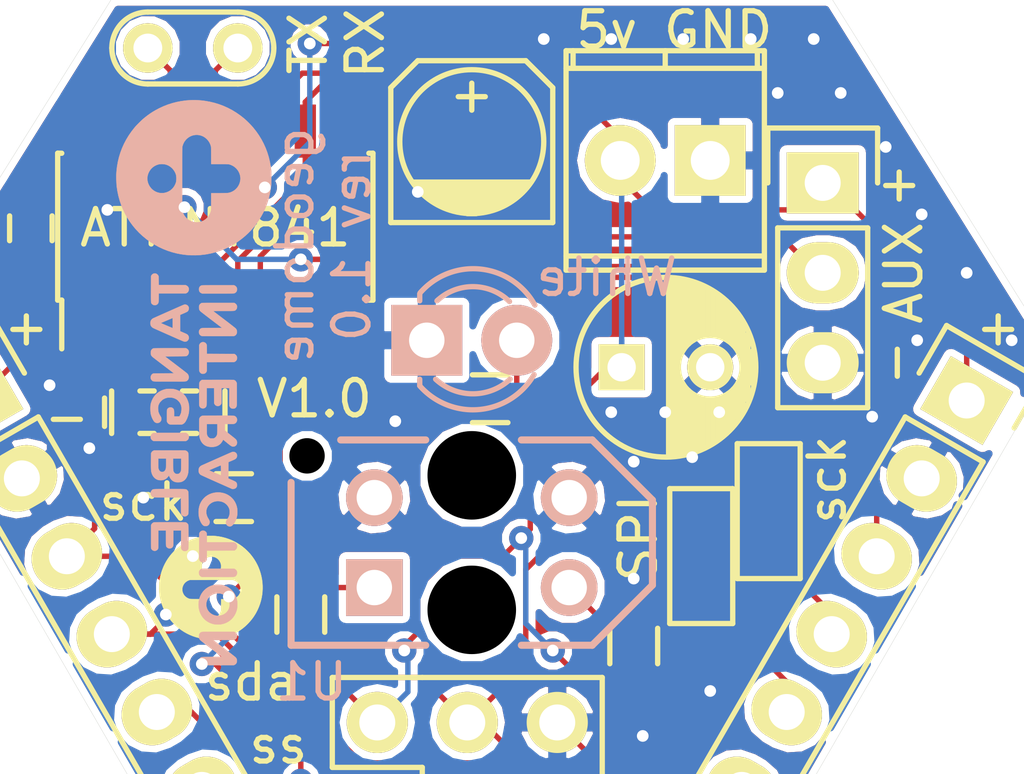
<source format=kicad_pcb>
(kicad_pcb (version 4) (host pcbnew 4.0.2-stable)
  (layers (0 F.Cu signal hide) (31 B.Cu signal hide) (34 B.Paste user hide) (35 F.Paste user hide) (36 B.SilkS user hide) (37 F.SilkS user) (38 B.Mask user) (39 F.Mask user) (44 Edge.Cuts user hide))
  (net 0 "")
  (net 1 +5V)
  (net 2 GND)
  (net 3 "Net-(D1-Pad2)")
  (net 4 "Net-(IC1-Pad2)")
  (net 5 "Net-(IC1-Pad3)")
  (net 6 "Net-(IC1-Pad5)")
  (net 7 /SS)
  (net 8 /SDA/MOSI)
  (net 9 /MISO)
  (net 10 /SCK/SCL)
  (net 11 /RX)
  (net 12 /TX)
  (net 13 "Net-(IC1-Pad13)")
  (net 14 /RESET)
  (net 15 "Net-(R1-Pad2)")
  (net 16 "Net-(JP2-Pad1)")
  (net 17 /AUX)
  (module Capacitors_ThroughHole:C_Radial_D5_L6_P2.5 (layer F.Cu) (at 161.711 118.872)
    (fp_text reference C1 hide)
    (fp_text value 10-220uF)
    (pad 1 thru_hole rect (at 0 0) (size 1.3 1.3) (drill 0.8) (layers *.Cu *.Mask F.SilkS) (net 1 +5V))
    (pad 2 thru_hole circle (at 2.5 0) (size 1.3 1.3) (drill 0.8) (layers *.Cu *.Mask F.SilkS) (net 2 GND))
  )
  (module Capacitors_SMD:C_0603 (layer F.Cu) (at 145.034 114.947 90)
    (fp_text reference C2 hide)
    (fp_text value 0.1uF hide)
    (pad 1 smd rect (at -0.75 0 90) (size 0.8 0.75) (layers F.Cu F.Paste F.Mask) (net 1 +5V))
    (pad 2 smd rect (at 0.75 0 90) (size 0.8 0.75) (layers F.Cu F.Paste F.Mask) (net 2 GND))
  )
  (module Capacitors_SMD:c_elec_4x5.8 (layer F.Cu) (at 157.48 112.49914 90)
    (fp_text reference C3 hide)
    (fp_text value 10uF)
    (pad 1 smd rect (at 1.80086 0 90) (size 2.60096 1.6002) (layers F.Cu F.Paste F.Mask) (net 1 +5V))
    (pad 2 smd rect (at -1.80086 0 90) (size 2.60096 1.6002) (layers F.Cu F.Paste F.Mask) (net 2 GND))
  )
  (module LEDs:LED-3MM (layer B.Cu) (at 156.21 118.11)
    (fp_text reference D1 hide)
    (fp_text value White (at 5.08 -1.778) (layer B.SilkS) (effects (justify mirror)))
    (pad 1 thru_hole rect (at 0 0 270) (size 2 2) (drill 1.00076) (layers *.Cu *.Mask B.SilkS) (net 2 GND))
    (pad 2 thru_hole circle (at 2.54 0) (size 2 2) (drill 1.00076) (layers *.Cu *.Mask B.SilkS) (net 3 "Net-(D1-Pad2)"))
  )
  (module Housings_SOIC:SOIC-14_3.9x8.7mm_Pitch1.27mm (layer F.Cu) (at 150.241 114.902 90)
    (fp_text reference ATTINY841 (at -0.033 0 180) (layer F.SilkS))
    (fp_text value ATTINY841-SSU)
    (pad 1 smd rect (at -2.7 -3.81 90) (size 1.5 0.6) (layers F.Cu F.Paste F.Mask) (net 1 +5V))
    (pad 2 smd rect (at -2.7 -2.54 90) (size 1.5 0.6) (layers F.Cu F.Paste F.Mask) (net 4 "Net-(IC1-Pad2)"))
    (pad 3 smd rect (at -2.7 -1.27 90) (size 1.5 0.6) (layers F.Cu F.Paste F.Mask) (net 5 "Net-(IC1-Pad3)"))
    (pad 4 smd rect (at -2.7 0 90) (size 1.5 0.6) (layers F.Cu F.Paste F.Mask) (net 14 /RESET))
    (pad 5 smd rect (at -2.7 1.27 90) (size 1.5 0.6) (layers F.Cu F.Paste F.Mask) (net 6 "Net-(IC1-Pad5)"))
    (pad 6 smd rect (at -2.7 2.54 90) (size 1.5 0.6) (layers F.Cu F.Paste F.Mask) (net 7 /SS))
    (pad 7 smd rect (at -2.7 3.81 90) (size 1.5 0.6) (layers F.Cu F.Paste F.Mask) (net 8 /SDA/MOSI))
    (pad 8 smd rect (at 2.7 3.81 90) (size 1.5 0.6) (layers F.Cu F.Paste F.Mask) (net 9 /MISO))
    (pad 9 smd rect (at 2.7 2.54 90) (size 1.5 0.6) (layers F.Cu F.Paste F.Mask) (net 10 /SCK/SCL))
    (pad 10 smd rect (at 2.7 1.27 90) (size 1.5 0.6) (layers F.Cu F.Paste F.Mask) (net 17 /AUX))
    (pad 11 smd rect (at 2.7 0 90) (size 1.5 0.6) (layers F.Cu F.Paste F.Mask) (net 11 /RX))
    (pad 12 smd rect (at 2.7 -1.27 90) (size 1.5 0.6) (layers F.Cu F.Paste F.Mask) (net 12 /TX))
    (pad 13 smd rect (at 2.7 -2.54 90) (size 1.5 0.6) (layers F.Cu F.Paste F.Mask) (net 13 "Net-(IC1-Pad13)"))
    (pad 14 smd rect (at 2.7 -3.81 90) (size 1.5 0.6) (layers F.Cu F.Paste F.Mask) (net 2 GND))
  )
  (module Terminal_Blocks:TerminalBlock_Pheonix_MPT-2.54mm_2pol (layer F.Cu) (at 164.211 113.03 180)
    (fp_text reference 5V hide)
    (fp_text value 5V)
    (pad 2 thru_hole oval (at 2.54 0 180) (size 1.99898 1.99898) (drill 1.09728) (layers *.Cu *.Mask F.SilkS) (net 1 +5V))
    (pad 1 thru_hole rect (at 0 0 180) (size 1.99898 1.99898) (drill 1.09728) (layers *.Cu *.Mask F.SilkS) (net 2 GND))
  )
  (module Pin_Headers:Pin_Header_Straight_2x03 (layer F.Cu) (at 154.813 131.445 90)
    (fp_text reference P2 hide)
    (fp_text value ICSP)
    (pad 1 thru_hole rect (at 0 0 90) (size 1.7272 1.7272) (drill 1.016) (layers *.Cu *.Mask F.SilkS) (net 9 /MISO))
    (pad 2 thru_hole oval (at 2.54 0 90) (size 1.7272 1.7272) (drill 1.016) (layers *.Cu *.Mask F.SilkS) (net 1 +5V))
    (pad 3 thru_hole oval (at 0 2.54 90) (size 1.7272 1.7272) (drill 1.016) (layers *.Cu *.Mask F.SilkS) (net 10 /SCK/SCL))
    (pad 4 thru_hole oval (at 2.54 2.54 90) (size 1.7272 1.7272) (drill 1.016) (layers *.Cu *.Mask F.SilkS) (net 8 /SDA/MOSI))
    (pad 5 thru_hole oval (at 0 5.08 90) (size 1.7272 1.7272) (drill 1.016) (layers *.Cu *.Mask F.SilkS) (net 14 /RESET))
    (pad 6 thru_hole oval (at 2.54 5.08 90) (size 1.7272 1.7272) (drill 1.016) (layers *.Cu *.Mask F.SilkS) (net 2 GND))
  )
  (module Measurement_Points:Test_Point (layer F.Cu) (at 149.606 109.855 180)
    (fp_text reference tx/rx hide)
    (fp_text value UART)
    (pad 2 thru_hole circle (at -1.27 0 180) (size 1.397 1.397) (drill 0.8128) (layers *.Cu *.Mask F.SilkS) (net 11 /RX))
    (pad 1 thru_hole circle (at 1.27 0 180) (size 1.397 1.397) (drill 0.8128) (layers *.Cu *.Mask F.SilkS) (net 12 /TX))
  )
  (module Resistors_SMD:R_0603 (layer F.Cu) (at 162.052 126.746 90)
    (fp_text reference R1 hide)
    (fp_text value 220?)
    (pad 1 smd rect (at -0.75 0 90) (size 0.5 0.9) (layers F.Cu F.Paste F.Mask) (net 1 +5V))
    (pad 2 smd rect (at 0.75 0 90) (size 0.5 0.9) (layers F.Cu F.Paste F.Mask) (net 15 "Net-(R1-Pad2)"))
  )
  (module Resistors_SMD:R_0603 (layer F.Cu) (at 150.761 122.555 180)
    (fp_text reference R4 hide)
    (fp_text value 10k)
    (pad 1 smd rect (at -0.75 0 180) (size 0.5 0.9) (layers F.Cu F.Paste F.Mask) (net 1 +5V))
    (pad 2 smd rect (at 0.75 0 180) (size 0.5 0.9) (layers F.Cu F.Paste F.Mask) (net 14 /RESET))
  )
  (module Resistors_SMD:R_0603 (layer F.Cu) (at 158 119.761 180)
    (fp_text reference R5 hide)
    (fp_text value 220?)
    (pad 1 smd rect (at -0.75 0 180) (size 0.5 0.9) (layers F.Cu F.Paste F.Mask) (net 3 "Net-(D1-Pad2)"))
    (pad 2 smd rect (at 0.75 0 180) (size 0.5 0.9) (layers F.Cu F.Paste F.Mask) (net 6 "Net-(IC1-Pad5)"))
  )
  (module TCRT5000L:XDCR_TCRT5000L (layer B.Cu) (at 157.48 123.825)
    (fp_text reference U1 (at -4.528 3.935) (layer B.SilkS) (effects (justify mirror)))
    (fp_text value TCRT5000/L hide)
    (pad 1 thru_hole rect (at -2.75 1.27) (size 1.6 1.6) (drill 1) (layers *.Cu *.Mask B.SilkS) (net 13 "Net-(IC1-Pad13)"))
    (pad 2 thru_hole circle (at -2.75 -1.27) (size 1.6 1.6) (drill 1) (layers *.Cu *.Mask B.SilkS) (net 2 GND))
    (pad 3 thru_hole circle (at 2.75 -1.27) (size 1.6 1.6) (drill 1) (layers *.Cu *.Mask B.SilkS) (net 2 GND))
    (pad 4 thru_hole circle (at 2.75 1.27) (size 1.6 1.6) (drill 1) (layers *.Cu *.Mask B.SilkS) (net 15 "Net-(R1-Pad2)"))
    (pad Hole np_thru_hole circle (at 0 1.9) (size 2.5 2.5) (drill 2.5) (layers))
    (pad Hole np_thru_hole circle (at 0 -1.9) (size 2.5 2.5) (drill 2.5) (layers))
    (pad Hole np_thru_hole circle (at -4.65 -2.45) (size 1 1) (drill 1) (layers))
  )
  (module Crystals:Resonator_3.2x1.3mm (layer F.Cu) (at 148.914 120.142)
    (fp_text reference 16M hide)
    (fp_text value 16Mhz hide)
    (pad 1 smd rect (at -1.2 0) (size 0.4 1.9) (layers F.Cu F.Paste F.Mask) (net 4 "Net-(IC1-Pad2)"))
    (pad 2 smd rect (at 0 0) (size 0.4 1.9) (layers F.Cu F.Paste F.Mask) (net 2 GND))
    (pad 3 smd rect (at 1.2 0) (size 0.4 1.9) (layers F.Cu F.Paste F.Mask) (net 5 "Net-(IC1-Pad3)"))
  )
  (module Resistors_SMD:R_0603 (layer F.Cu) (at 152.654 125.857 270)
    (fp_text reference R6 hide)
    (fp_text value 10k)
    (pad 1 smd rect (at -0.75 0 270) (size 0.5 0.9) (layers F.Cu F.Paste F.Mask) (net 13 "Net-(IC1-Pad13)"))
    (pad 2 smd rect (at 0.75 0 270) (size 0.5 0.9) (layers F.Cu F.Paste F.Mask) (net 1 +5V))
  )
  (module Connect:GS3 (layer F.Cu) (at 163.957 124.206)
    (fp_text reference JP1 hide)
    (fp_text value I2C/SS)
    (pad 1 smd rect (at 0 -1.27) (size 1.27 0.9652) (layers F.Cu F.Paste F.Mask) (net 9 /MISO))
    (pad 2 smd rect (at 0 0) (size 1.27 0.9652) (layers F.Cu F.Paste F.Mask) (net 8 /SDA/MOSI))
    (pad 3 smd rect (at 0 1.27) (size 1.27 0.9652) (layers F.Cu F.Paste F.Mask) (net 8 /SDA/MOSI))
  )
  (module Pin_Headers:Pin_Header_Straight_1x06 (layer F.Cu) (at 143.51 119.811477 30)
    (fp_text reference IN (at 1.234749 14.879353 210) (layer F.SilkS))
    (fp_text value IN)
    (pad 1 thru_hole rect (at 0 0 30) (size 2.032 1.7272) (drill 1.016) (layers *.Cu *.Mask F.SilkS) (net 1 +5V))
    (pad 2 thru_hole oval (at 0 2.54 30) (size 2.032 1.7272) (drill 1.016) (layers *.Cu *.Mask F.SilkS) (net 2 GND))
    (pad 3 thru_hole oval (at 0 5.08 30) (size 2.032 1.7272) (drill 1.016) (layers *.Cu *.Mask F.SilkS) (net 10 /SCK/SCL))
    (pad 4 thru_hole oval (at 0 7.62 30) (size 2.032 1.7272) (drill 1.016) (layers *.Cu *.Mask F.SilkS) (net 9 /MISO))
    (pad 5 thru_hole oval (at 0 10.16 30) (size 2.032 1.7272) (drill 1.016) (layers *.Cu *.Mask F.SilkS) (net 8 /SDA/MOSI))
    (pad 6 thru_hole oval (at 0 12.7 30) (size 2.032 1.7272) (drill 1.016) (layers *.Cu *.Mask F.SilkS) (net 7 /SS))
  )
  (module Pin_Headers:Pin_Header_Straight_1x06 (layer F.Cu) (at 171.45 119.811477 330)
    (fp_text reference OUT (at -1.408234 14.832867 510) (layer F.SilkS))
    (fp_text value OUT)
    (pad 1 thru_hole rect (at 0 0 330) (size 2.032 1.7272) (drill 1.016) (layers *.Cu *.Mask F.SilkS) (net 1 +5V))
    (pad 2 thru_hole oval (at 0 2.54 330) (size 2.032 1.7272) (drill 1.016) (layers *.Cu *.Mask F.SilkS) (net 2 GND))
    (pad 3 thru_hole oval (at 0 5.08 330) (size 2.032 1.7272) (drill 1.016) (layers *.Cu *.Mask F.SilkS) (net 10 /SCK/SCL))
    (pad 4 thru_hole oval (at 0 7.62 330) (size 2.032 1.7272) (drill 1.016) (layers *.Cu *.Mask F.SilkS) (net 16 "Net-(JP2-Pad1)"))
    (pad 5 thru_hole oval (at 0 10.16 330) (size 2.032 1.7272) (drill 1.016) (layers *.Cu *.Mask F.SilkS) (net 8 /SDA/MOSI))
    (pad 6 thru_hole oval (at 0 12.7 330) (size 2.032 1.7272) (drill 1.016) (layers *.Cu *.Mask F.SilkS) (net 7 /SS))
  )
  (module Pin_Headers:Pin_Header_Straight_1x03 (layer F.Cu) (at 167.386 113.665)
    (fp_text reference AUX (at 2.286 2.54 90) (layer F.SilkS))
    (fp_text value AUX_SENSOR)
    (pad 1 thru_hole rect (at 0 0) (size 2.032 1.7272) (drill 1.016) (layers *.Cu *.Mask F.SilkS) (net 1 +5V))
    (pad 2 thru_hole oval (at 0 2.54) (size 2.032 1.7272) (drill 1.016) (layers *.Cu *.Mask F.SilkS) (net 17 /AUX))
    (pad 3 thru_hole oval (at 0 5.08) (size 2.032 1.7272) (drill 1.016) (layers *.Cu *.Mask F.SilkS) (net 2 GND))
  )
  (module Connect:GS3 (layer F.Cu) (at 165.862 122.936 180)
    (fp_text reference SPI (at 3.683 -0.762 450) (layer F.SilkS))
    (fp_text value "MISO EN")
    (pad 1 smd rect (at 0 -1.27 180) (size 1.27 0.9652) (layers F.Cu F.Paste F.Mask) (net 16 "Net-(JP2-Pad1)"))
    (pad 2 smd rect (at 0 0 180) (size 1.27 0.9652) (layers F.Cu F.Paste F.Mask) (net 9 /MISO))
    (pad 3 smd rect (at 0 1.27 180) (size 1.27 0.9652) (layers F.Cu F.Paste F.Mask) (net 9 /MISO))
  )
  (module Symbols:TI_Logo_F.SilkS_3mm (layer F.Cu) (at 150.114 125.095)
    (fp_text reference G*** hide)
    (fp_text value LOGO hide)
  )
  (module Symbols:TI_Logo_F.SilkS_15mm (layer B.Cu) (at 149.606 119.253 270)
    (fp_text reference G*** hide)
    (fp_text value LOGO hide)
  )
  (gr_text "geodome\nrev 1.0" (at 153.289 115.443 90) (layer B.SilkS) (effects (font (size 1 1)) (justify mirror)))
  (gr_text V1.0 (at 153.035 119.761) (layer F.SilkS) (effects (font (size 1 1))))
  (gr_text ss (at 152.019 129.54) (layer F.SilkS) (effects (font (size 1 1))))
  (gr_text + (at 169.545 113.665) (layer F.SilkS) (effects (font (size 1 1))))
  (gr_text sck (at 167.513 122.047 90) (layer F.SilkS) (effects (font (size 1 1))))
  (gr_text - (at 169.418 118.745 90) (layer F.SilkS) (effects (font (size 1 1))))
  (gr_text sda (at 151.257 127.762) (layer F.SilkS) (effects (font (size 1 1))))
  (gr_text sck (at 148.209 122.682) (layer F.SilkS) (effects (font (size 1 1))))
  (gr_text - (at 146.05 120.269) (layer F.SilkS) (effects (font (size 1 1))))
  (gr_text + (at 172.339 117.729) (layer F.SilkS) (effects (font (size 1 1))))
  (gr_text + (at 144.907 117.729) (layer F.SilkS) (effects (font (size 1 1))))
  (gr_text "5v GND" (at 163.195 109.347) (layer F.SilkS) (effects (font (size 1 1))))
  (gr_text "TX\nRX" (at 153.67 109.728 90) (layer F.SilkS) (effects (font (size 1 1))))
  (gr_line (start 149.479 133.35) (end 157.48 133.35) (layer Edge.Cuts) (width 0.01))
  (gr_line (start 140.97 118.618) (end 149.479 133.35) (layer Edge.Cuts) (width 0.01))
  (gr_line (start 147.32 108.458) (end 140.97 118.618) (layer Edge.Cuts) (width 0.01))
  (gr_line (start 167.64 108.458) (end 147.32 108.458) (layer Edge.Cuts) (width 0.01))
  (gr_line (start 173.99 118.618) (end 167.64 108.458) (layer Edge.Cuts) (width 0.01))
  (gr_line (start 165.481 133.35) (end 173.99 118.618) (layer Edge.Cuts) (width 0.01))
  (gr_line (start 157.48 133.35) (end 165.481 133.35) (layer Edge.Cuts) (width 0.01))
  (segment (start 157.48 110.69828) (end 159.97428 110.69828) (width 0.1524) (layer F.Cu) (net 1))
  (segment (start 159.97428 110.69828) (end 161.671 112.395) (width 0.1524) (layer F.Cu) (net 1))
  (segment (start 161.671 112.395) (end 161.671 113.538) (width 0.1524) (layer F.Cu) (net 1))
  (segment (start 161.671 113.538) (end 162.56 114.427) (width 0.1524) (layer F.Cu) (net 1))
  (segment (start 162.56 114.427) (end 166.624 114.427) (width 0.1524) (layer F.Cu) (net 1))
  (segment (start 166.624 114.427) (end 167.386 113.665) (width 0.1524) (layer F.Cu) (net 1))
  (segment (start 161.711 118.364) (end 161.711 118.11) (width 0.1524) (layer B.Cu) (net 1))
  (segment (start 161.711 118.11) (end 161.711 112.435) (width 0.1524) (layer B.Cu) (net 1))
  (segment (start 161.711 118.872) (end 161.711 118.11) (width 0.1524) (layer B.Cu) (net 1))
  (segment (start 161.711 118.451) (end 160.909 119.253) (width 0.1524) (layer F.Cu) (net 1))
  (segment (start 161.711 118.872) (end 161.29 118.872) (width 0.1524) (layer F.Cu) (net 1))
  (segment (start 160.909 119.253) (end 159.131 121.031) (width 0.1524) (layer F.Cu) (net 1))
  (segment (start 161.29 118.872) (end 160.909 119.253) (width 0.1524) (layer F.Cu) (net 1))
  (segment (start 159.131 123.444) (end 158.877 123.698) (width 0.1524) (layer F.Cu) (net 1))
  (segment (start 159.131 121.031) (end 159.131 123.444) (width 0.1524) (layer F.Cu) (net 1))
  (segment (start 161.711 118.364) (end 161.711 118.451) (width 0.1524) (layer F.Cu) (net 1))
  (segment (start 159.766 126.873) (end 159.004 126.111) (width 0.1524) (layer B.Cu) (net 1))
  (segment (start 159.004 126.111) (end 159.004 123.952) (width 0.1524) (layer B.Cu) (net 1))
  (segment (start 159.004 123.952) (end 158.877 123.825) (width 0.1524) (layer B.Cu) (net 1))
  (segment (start 158.877 123.825) (end 158.877 123.698) (width 0.1524) (layer B.Cu) (net 1))
  (segment (start 155.575 126.873) (end 155.575 126.746) (width 0.1524) (layer F.Cu) (net 1))
  (segment (start 156.845 124.206) (end 158.369 124.206) (width 0.1524) (layer F.Cu) (net 1))
  (segment (start 155.575 126.746) (end 155.956 126.365) (width 0.1524) (layer F.Cu) (net 1))
  (segment (start 155.956 126.365) (end 155.956 125.095) (width 0.1524) (layer F.Cu) (net 1))
  (segment (start 155.956 125.095) (end 156.845 124.206) (width 0.1524) (layer F.Cu) (net 1))
  (segment (start 158.369 124.206) (end 158.877 123.698) (width 0.1524) (layer F.Cu) (net 1))
  (via (at 158.877 123.698) (size 0.6858) (drill 0.3302) (layers F.Cu B.Cu) (net 1))
  (segment (start 162.052 127.496) (end 160.389 127.496) (width 0.1524) (layer F.Cu) (net 1))
  (segment (start 160.389 127.496) (end 159.766 126.873) (width 0.1524) (layer F.Cu) (net 1))
  (via (at 159.766 126.873) (size 0.6858) (drill 0.3302) (layers F.Cu B.Cu) (net 1))
  (segment (start 154.813 128.905) (end 155.676599 128.041401) (width 0.1524) (layer B.Cu) (net 1))
  (segment (start 155.676599 126.974599) (end 155.575 126.873) (width 0.1524) (layer B.Cu) (net 1))
  (segment (start 155.676599 128.041401) (end 155.676599 126.974599) (width 0.1524) (layer B.Cu) (net 1))
  (via (at 155.575 126.873) (size 0.6858) (drill 0.3302) (layers F.Cu B.Cu) (net 1))
  (segment (start 152.908 109.728) (end 152.908 112.522) (width 0.1524) (layer B.Cu) (net 1))
  (segment (start 152.908 112.522) (end 151.638 113.792) (width 0.1524) (layer B.Cu) (net 1))
  (segment (start 157.48 110.69828) (end 156.5275 110.69828) (width 0.1524) (layer F.Cu) (net 1))
  (via (at 152.908 109.728) (size 0.6858) (drill 0.3302) (layers F.Cu B.Cu) (net 1))
  (segment (start 156.5275 110.69828) (end 155.55722 109.728) (width 0.1524) (layer F.Cu) (net 1))
  (segment (start 155.55722 109.728) (end 152.908 109.728) (width 0.1524) (layer F.Cu) (net 1))
  (segment (start 149.733 115.697) (end 151.638 113.792) (width 0.1524) (layer F.Cu) (net 1))
  (segment (start 145.034 115.697) (end 149.733 115.697) (width 0.1524) (layer F.Cu) (net 1))
  (via (at 151.638 113.792) (size 0.6858) (drill 0.3302) (layers F.Cu B.Cu) (net 1))
  (segment (start 151.511 123.1574) (end 151.320503 123.347897) (width 0.1524) (layer F.Cu) (net 1))
  (segment (start 151.320503 123.347897) (end 151.320503 125.473503) (width 0.1524) (layer F.Cu) (net 1))
  (segment (start 151.320503 125.473503) (end 152.454 126.607) (width 0.1524) (layer F.Cu) (net 1))
  (segment (start 151.511 122.555) (end 151.511 123.1574) (width 0.1524) (layer F.Cu) (net 1))
  (segment (start 152.454 126.607) (end 152.654 126.607) (width 0.1524) (layer F.Cu) (net 1))
  (segment (start 161.711 112.435) (end 161.671 112.395) (width 0.1524) (layer B.Cu) (net 1))
  (segment (start 154.813 128.905) (end 152.654 126.746) (width 0.1524) (layer F.Cu) (net 1))
  (segment (start 152.654 126.746) (end 152.654 126.607) (width 0.1524) (layer F.Cu) (net 1))
  (segment (start 167.386 113.665) (end 167.5384 113.665) (width 0.1524) (layer F.Cu) (net 1))
  (segment (start 167.5384 113.665) (end 171.45 117.5766) (width 0.1524) (layer F.Cu) (net 1))
  (segment (start 171.45 117.5766) (end 171.45 119.811477) (width 0.1524) (layer F.Cu) (net 1))
  (segment (start 143.51 119.811477) (end 145.719477 117.602) (width 0.1524) (layer F.Cu) (net 1))
  (segment (start 145.719477 117.602) (end 146.431 117.602) (width 0.1524) (layer F.Cu) (net 1))
  (segment (start 145.034 115.697) (end 145.034 115.755) (width 0.1524) (layer F.Cu) (net 1))
  (segment (start 145.034 115.755) (end 146.431 117.152) (width 0.1524) (layer F.Cu) (net 1))
  (segment (start 146.431 117.152) (end 146.431 117.602) (width 0.1524) (layer F.Cu) (net 1))
  (segment (start 164.211 118.364) (end 164.338 118.491) (width 0.1524) (layer F.Cu) (net 2))
  (segment (start 164.338 118.491) (end 164.338 118.999) (width 0.1524) (layer F.Cu) (net 2))
  (segment (start 164.338 118.999) (end 164.846 119.507) (width 0.1524) (layer F.Cu) (net 2))
  (segment (start 164.846 119.507) (end 164.846 119.761) (width 0.1524) (layer F.Cu) (net 2))
  (segment (start 164.846 119.761) (end 164.465 120.142) (width 0.1524) (layer F.Cu) (net 2))
  (segment (start 155.956 113.919) (end 158.708091 111.166909) (width 0.1524) (layer B.Cu) (net 2))
  (segment (start 158.708091 111.166909) (end 164.134799 111.166909) (width 0.1524) (layer B.Cu) (net 2))
  (segment (start 165.1 117.983) (end 164.211 118.872) (width 0.1524) (layer B.Cu) (net 2))
  (segment (start 164.134799 111.166909) (end 164.211 111.24311) (width 0.1524) (layer B.Cu) (net 2))
  (segment (start 164.211 111.24311) (end 164.211 114.554) (width 0.1524) (layer B.Cu) (net 2))
  (segment (start 164.211 114.554) (end 165.1 115.443) (width 0.1524) (layer B.Cu) (net 2))
  (segment (start 165.1 115.443) (end 165.1 117.983) (width 0.1524) (layer B.Cu) (net 2))
  (segment (start 164.211 118.364) (end 164.211 118.872) (width 0.1524) (layer B.Cu) (net 2))
  (segment (start 164.211 118.872) (end 165.862 120.523) (width 0.1524) (layer B.Cu) (net 2))
  (segment (start 165.862 120.523) (end 167.005 120.523) (width 0.1524) (layer B.Cu) (net 2))
  (segment (start 167.005 120.523) (end 167.386 120.142) (width 0.1524) (layer B.Cu) (net 2))
  (segment (start 164.211 118.364) (end 164.211 118.745) (width 0.1524) (layer B.Cu) (net 2))
  (segment (start 160.401 122.555) (end 160.23 122.555) (width 0.1524) (layer B.Cu) (net 2))
  (segment (start 164.211 118.745) (end 160.401 122.555) (width 0.1524) (layer B.Cu) (net 2))
  (segment (start 163.703 119.38) (end 164.211 118.872) (width 0.1524) (layer B.Cu) (net 2))
  (segment (start 164.211 128.016) (end 163.576 128.016) (width 0.1524) (layer F.Cu) (net 2))
  (segment (start 163.576 128.016) (end 162.306 129.286) (width 0.1524) (layer F.Cu) (net 2))
  (via (at 162.306 129.286) (size 0.6858) (drill 0.3302) (layers F.Cu B.Cu) (net 2))
  (segment (start 162.306 131.826) (end 162.306 129.286) (width 0.1524) (layer B.Cu) (net 2))
  (segment (start 162.052 125.857) (end 164.211 128.016) (width 0.1524) (layer B.Cu) (net 2))
  (segment (start 162.052 124.841) (end 162.052 125.857) (width 0.1524) (layer B.Cu) (net 2))
  (via (at 164.211 128.016) (size 0.6858) (drill 0.3302) (layers F.Cu B.Cu) (net 2))
  (segment (start 162.052 124.841) (end 162.052 121.539) (width 0.1524) (layer B.Cu) (net 2))
  (via (at 162.052 124.841) (size 0.6858) (drill 0.3302) (layers F.Cu B.Cu) (net 2))
  (segment (start 159.893 128.905) (end 162.306 131.318) (width 0.1524) (layer F.Cu) (net 2))
  (segment (start 162.306 131.318) (end 162.306 131.826) (width 0.1524) (layer F.Cu) (net 2))
  (via (at 162.306 131.826) (size 0.6858) (drill 0.3302) (layers F.Cu B.Cu) (net 2))
  (segment (start 155.321 120.396) (end 155.321 121.964) (width 0.1524) (layer B.Cu) (net 2))
  (segment (start 155.321 121.964) (end 154.73 122.555) (width 0.1524) (layer B.Cu) (net 2))
  (segment (start 156.21 118.11) (end 156.21 119.507) (width 0.1524) (layer F.Cu) (net 2))
  (segment (start 156.21 119.507) (end 155.321 120.396) (width 0.1524) (layer F.Cu) (net 2))
  (via (at 155.321 120.396) (size 0.6858) (drill 0.3302) (layers F.Cu B.Cu) (net 2))
  (segment (start 148.209 122.555) (end 146.812 121.158) (width 0.1524) (layer B.Cu) (net 2))
  (segment (start 146.812 121.158) (end 146.685 121.158) (width 0.1524) (layer B.Cu) (net 2))
  (segment (start 145.563134 120.036134) (end 146.685 121.158) (width 0.1524) (layer F.Cu) (net 2))
  (segment (start 145.563134 119.38) (end 145.563134 120.036134) (width 0.1524) (layer F.Cu) (net 2))
  (via (at 146.685 121.158) (size 0.6858) (drill 0.3302) (layers F.Cu B.Cu) (net 2))
  (segment (start 144.78 122.011182) (end 145.252182 121.539) (width 0.1524) (layer B.Cu) (net 2))
  (segment (start 145.252182 121.539) (end 147.193 121.539) (width 0.1524) (layer B.Cu) (net 2))
  (segment (start 147.193 121.539) (end 148.209 122.555) (width 0.1524) (layer B.Cu) (net 2))
  (segment (start 145.563134 121.228048) (end 145.563134 119.38) (width 0.1524) (layer B.Cu) (net 2))
  (segment (start 145.563134 119.38) (end 145.563134 118.893134) (width 0.1524) (layer B.Cu) (net 2))
  (segment (start 144.78 122.011182) (end 145.563134 121.228048) (width 0.1524) (layer F.Cu) (net 2))
  (segment (start 145.563134 121.228048) (end 145.563134 119.38) (width 0.1524) (layer F.Cu) (net 2))
  (via (at 145.563134 119.38) (size 0.6858) (drill 0.3302) (layers F.Cu B.Cu) (net 2))
  (segment (start 143.383 117.221) (end 143.383 116.713) (width 0.1524) (layer F.Cu) (net 2))
  (segment (start 142.24 118.364) (end 143.383 117.221) (width 0.1524) (layer F.Cu) (net 2))
  (segment (start 144.907 116.713) (end 143.383 116.713) (width 0.1524) (layer B.Cu) (net 2))
  (segment (start 147.193 114.427) (end 144.907 116.713) (width 0.1524) (layer B.Cu) (net 2))
  (segment (start 143.383 115.873) (end 143.383 116.713) (width 0.1524) (layer F.Cu) (net 2))
  (segment (start 145.034 114.197) (end 145.034 114.222) (width 0.1524) (layer F.Cu) (net 2))
  (segment (start 145.034 114.222) (end 143.383 115.873) (width 0.1524) (layer F.Cu) (net 2))
  (segment (start 145.563134 118.893134) (end 143.383 116.713) (width 0.1524) (layer B.Cu) (net 2))
  (segment (start 144.78 122.011182) (end 145.563134 121.228048) (width 0.1524) (layer B.Cu) (net 2))
  (via (at 143.383 116.713) (size 0.6858) (drill 0.3302) (layers F.Cu B.Cu) (net 2))
  (segment (start 145.034 115.57) (end 146.05 115.57) (width 0.1524) (layer B.Cu) (net 2))
  (segment (start 146.05 115.57) (end 147.193 114.427) (width 0.1524) (layer B.Cu) (net 2))
  (segment (start 142.24 118.364) (end 145.034 115.57) (width 0.1524) (layer B.Cu) (net 2))
  (via (at 142.24 118.364) (size 0.6858) (drill 0.3302) (layers F.Cu B.Cu) (net 2))
  (segment (start 145.034 114.197) (end 146.963 114.197) (width 0.1524) (layer F.Cu) (net 2))
  (via (at 147.193 114.427) (size 0.6858) (drill 0.3302) (layers F.Cu B.Cu) (net 2))
  (segment (start 146.963 114.197) (end 147.193 114.427) (width 0.1524) (layer F.Cu) (net 2))
  (segment (start 167.513 120.142) (end 167.894 120.523) (width 0.1524) (layer B.Cu) (net 2))
  (segment (start 167.894 120.523) (end 168.783 121.412) (width 0.1524) (layer B.Cu) (net 2))
  (segment (start 168.783 120.269) (end 168.148 120.269) (width 0.1524) (layer B.Cu) (net 2))
  (segment (start 168.148 120.269) (end 167.894 120.523) (width 0.1524) (layer B.Cu) (net 2))
  (segment (start 170.053 118.11) (end 170.053 118.999) (width 0.1524) (layer F.Cu) (net 2))
  (segment (start 170.053 118.999) (end 168.783 120.269) (width 0.1524) (layer F.Cu) (net 2))
  (via (at 168.783 120.269) (size 0.6858) (drill 0.3302) (layers F.Cu B.Cu) (net 2))
  (segment (start 172.72 118.11) (end 170.053 118.11) (width 0.1524) (layer B.Cu) (net 2))
  (via (at 170.053 118.11) (size 0.6858) (drill 0.3302) (layers F.Cu B.Cu) (net 2))
  (segment (start 171.45 116.205) (end 171.45 116.84) (width 0.1524) (layer F.Cu) (net 2))
  (segment (start 171.45 116.84) (end 172.72 118.11) (width 0.1524) (layer F.Cu) (net 2))
  (via (at 172.72 118.11) (size 0.6858) (drill 0.3302) (layers F.Cu B.Cu) (net 2))
  (segment (start 170.18 114.554) (end 171.45 115.824) (width 0.1524) (layer B.Cu) (net 2))
  (segment (start 171.45 115.824) (end 171.45 116.205) (width 0.1524) (layer B.Cu) (net 2))
  (via (at 171.45 116.205) (size 0.6858) (drill 0.3302) (layers F.Cu B.Cu) (net 2))
  (segment (start 169.164 112.649) (end 169.164 113.538) (width 0.1524) (layer F.Cu) (net 2))
  (segment (start 169.164 113.538) (end 170.18 114.554) (width 0.1524) (layer F.Cu) (net 2))
  (via (at 170.18 114.554) (size 0.6858) (drill 0.3302) (layers F.Cu B.Cu) (net 2))
  (segment (start 166.116 111.125) (end 167.64 111.125) (width 0.1524) (layer B.Cu) (net 2))
  (segment (start 167.64 111.125) (end 169.164 112.649) (width 0.1524) (layer B.Cu) (net 2))
  (via (at 169.164 112.649) (size 0.6858) (drill 0.3302) (layers F.Cu B.Cu) (net 2))
  (segment (start 167.894 111.125) (end 166.116 111.125) (width 0.1524) (layer F.Cu) (net 2))
  (via (at 166.116 111.125) (size 0.6858) (drill 0.3302) (layers F.Cu B.Cu) (net 2))
  (segment (start 167.132 109.601) (end 167.132 110.363) (width 0.1524) (layer B.Cu) (net 2))
  (segment (start 167.132 110.363) (end 167.894 111.125) (width 0.1524) (layer B.Cu) (net 2))
  (via (at 167.894 111.125) (size 0.6858) (drill 0.3302) (layers F.Cu B.Cu) (net 2))
  (segment (start 165.354 109.601) (end 167.132 109.601) (width 0.1524) (layer F.Cu) (net 2))
  (via (at 167.132 109.601) (size 0.6858) (drill 0.3302) (layers F.Cu B.Cu) (net 2))
  (segment (start 163.449 109.601) (end 165.354 109.601) (width 0.1524) (layer B.Cu) (net 2))
  (via (at 165.354 109.601) (size 0.6858) (drill 0.3302) (layers F.Cu B.Cu) (net 2))
  (segment (start 161.417 109.601) (end 163.449 109.601) (width 0.1524) (layer F.Cu) (net 2))
  (via (at 163.449 109.601) (size 0.6858) (drill 0.3302) (layers F.Cu B.Cu) (net 2))
  (segment (start 162.56889 109.601) (end 161.417 109.601) (width 0.1524) (layer F.Cu) (net 2))
  (segment (start 161.417 109.601) (end 159.512 109.601) (width 0.1524) (layer F.Cu) (net 2))
  (segment (start 159.512 109.601) (end 161.417 109.601) (width 0.1524) (layer B.Cu) (net 2))
  (via (at 161.417 109.601) (size 0.6858) (drill 0.3302) (layers F.Cu B.Cu) (net 2))
  (segment (start 164.211 112.395) (end 164.211 111.24311) (width 0.1524) (layer F.Cu) (net 2))
  (segment (start 164.211 111.24311) (end 162.56889 109.601) (width 0.1524) (layer F.Cu) (net 2))
  (via (at 159.512 109.601) (size 0.6858) (drill 0.3302) (layers F.Cu B.Cu) (net 2))
  (segment (start 163.703 121.412) (end 161.373 121.412) (width 0.1524) (layer B.Cu) (net 2))
  (segment (start 161.373 121.412) (end 160.23 122.555) (width 0.1524) (layer B.Cu) (net 2))
  (segment (start 162.052 121.539) (end 163.576 121.539) (width 0.1524) (layer F.Cu) (net 2))
  (segment (start 163.576 121.539) (end 163.703 121.412) (width 0.1524) (layer F.Cu) (net 2))
  (via (at 163.703 121.412) (size 0.6858) (drill 0.3302) (layers F.Cu B.Cu) (net 2))
  (segment (start 161.417 120.142) (end 161.417 120.904) (width 0.1524) (layer B.Cu) (net 2))
  (segment (start 161.417 120.904) (end 162.052 121.539) (width 0.1524) (layer B.Cu) (net 2))
  (via (at 162.052 121.539) (size 0.6858) (drill 0.3302) (layers F.Cu B.Cu) (net 2))
  (segment (start 162.941 120.142) (end 161.417 120.142) (width 0.1524) (layer F.Cu) (net 2))
  (via (at 161.417 120.142) (size 0.6858) (drill 0.3302) (layers F.Cu B.Cu) (net 2))
  (segment (start 164.465 120.142) (end 162.941 120.142) (width 0.1524) (layer B.Cu) (net 2))
  (via (at 162.941 120.142) (size 0.6858) (drill 0.3302) (layers F.Cu B.Cu) (net 2))
  (via (at 164.465 120.142) (size 0.6858) (drill 0.3302) (layers F.Cu B.Cu) (net 2))
  (segment (start 148.209 122.555) (end 149.098 123.444) (width 0.1524) (layer B.Cu) (net 2))
  (segment (start 149.098 123.444) (end 153.841 123.444) (width 0.1524) (layer B.Cu) (net 2))
  (segment (start 153.841 123.444) (end 154.73 122.555) (width 0.1524) (layer B.Cu) (net 2))
  (segment (start 167.386 120.142) (end 167.513 120.142) (width 0.1524) (layer B.Cu) (net 2))
  (segment (start 148.914 121.85) (end 148.209 122.555) (width 0.1524) (layer F.Cu) (net 2))
  (segment (start 148.914 120.142) (end 148.914 121.85) (width 0.1524) (layer F.Cu) (net 2))
  (via (at 148.209 122.555) (size 0.6858) (drill 0.3302) (layers F.Cu B.Cu) (net 2))
  (segment (start 170.18 122.011182) (end 169.580818 121.412) (width 0.1524) (layer B.Cu) (net 2))
  (segment (start 169.580818 121.412) (end 168.783 121.412) (width 0.1524) (layer B.Cu) (net 2))
  (segment (start 163.83 128.905) (end 159.893 128.905) (width 0.1524) (layer B.Cu) (net 2))
  (segment (start 168.783 121.412) (end 165.1 125.095) (width 0.1524) (layer B.Cu) (net 2))
  (segment (start 165.1 125.095) (end 165.1 127.635) (width 0.1524) (layer B.Cu) (net 2))
  (segment (start 165.1 127.635) (end 163.83 128.905) (width 0.1524) (layer B.Cu) (net 2))
  (segment (start 160.23 122.555) (end 160.23 122.599) (width 0.1524) (layer B.Cu) (net 2))
  (segment (start 167.386 120.142) (end 167.386 118.745) (width 0.1524) (layer B.Cu) (net 2))
  (segment (start 156.21 118.11) (end 156.21 120.015) (width 0.1524) (layer B.Cu) (net 2))
  (segment (start 156.21 120.015) (end 155.702 120.523) (width 0.1524) (layer B.Cu) (net 2))
  (segment (start 155.702 120.523) (end 155.702 121.583) (width 0.1524) (layer B.Cu) (net 2))
  (segment (start 155.702 121.583) (end 154.73 122.555) (width 0.1524) (layer B.Cu) (net 2))
  (segment (start 155.956 113.919) (end 156.337 114.3) (width 0.1524) (layer F.Cu) (net 2))
  (segment (start 156.337 114.3) (end 157.48 114.3) (width 0.1524) (layer F.Cu) (net 2))
  (segment (start 156.21 118.11) (end 156.21 114.173) (width 0.1524) (layer B.Cu) (net 2))
  (segment (start 156.21 114.173) (end 155.956 113.919) (width 0.1524) (layer B.Cu) (net 2))
  (via (at 155.956 113.919) (size 0.6858) (drill 0.3302) (layers F.Cu B.Cu) (net 2))
  (segment (start 146.431 112.202) (end 146.431 112.652) (width 0.1524) (layer F.Cu) (net 2))
  (segment (start 146.431 112.652) (end 145.034 114.049) (width 0.1524) (layer F.Cu) (net 2))
  (segment (start 145.034 114.049) (end 145.034 114.197) (width 0.1524) (layer F.Cu) (net 2))
  (segment (start 158.75 118.11) (end 158.75 119.761) (width 0.1524) (layer F.Cu) (net 3))
  (segment (start 147.701 117.602) (end 147.701 120.129) (width 0.1524) (layer F.Cu) (net 4))
  (segment (start 147.701 120.129) (end 147.714 120.142) (width 0.1524) (layer F.Cu) (net 4))
  (segment (start 148.971 117.602) (end 148.971 118.249) (width 0.1524) (layer F.Cu) (net 5))
  (segment (start 148.971 118.249) (end 150.114 119.392) (width 0.1524) (layer F.Cu) (net 5))
  (segment (start 150.114 119.392) (end 150.114 120.142) (width 0.1524) (layer F.Cu) (net 5))
  (segment (start 158.4144 120.523) (end 157.6524 119.761) (width 0.1524) (layer F.Cu) (net 6))
  (segment (start 157.6524 119.761) (end 157.25 119.761) (width 0.1524) (layer F.Cu) (net 6))
  (segment (start 159.120934 120.523) (end 158.4144 120.523) (width 0.1524) (layer F.Cu) (net 6))
  (segment (start 160.096189 117.297189) (end 160.096189 119.547745) (width 0.1524) (layer F.Cu) (net 6))
  (segment (start 159.512 116.713) (end 160.096189 117.297189) (width 0.1524) (layer F.Cu) (net 6))
  (segment (start 152.379679 114.871499) (end 154.268366 114.871499) (width 0.1524) (layer F.Cu) (net 6))
  (segment (start 151.511 117.602) (end 151.511 115.740178) (width 0.1524) (layer F.Cu) (net 6))
  (segment (start 160.096189 119.547745) (end 159.120934 120.523) (width 0.1524) (layer F.Cu) (net 6))
  (segment (start 151.511 115.740178) (end 152.379679 114.871499) (width 0.1524) (layer F.Cu) (net 6))
  (segment (start 156.109867 116.713) (end 159.512 116.713) (width 0.1524) (layer F.Cu) (net 6))
  (segment (start 154.268366 114.871499) (end 156.109867 116.713) (width 0.1524) (layer F.Cu) (net 6))
  (segment (start 150.964899 125.006105) (end 150.622 125.349004) (width 0.1524) (layer F.Cu) (net 7))
  (segment (start 150.964899 121.931234) (end 150.964899 125.006105) (width 0.1524) (layer F.Cu) (net 7))
  (segment (start 151.303022 121.593112) (end 150.964899 121.931234) (width 0.1524) (layer F.Cu) (net 7))
  (segment (start 151.303022 120.730978) (end 151.303022 121.593112) (width 0.1524) (layer F.Cu) (net 7))
  (segment (start 152.781 119.253) (end 151.303022 120.730978) (width 0.1524) (layer F.Cu) (net 7))
  (segment (start 152.781 117.602) (end 152.781 119.253) (width 0.1524) (layer F.Cu) (net 7))
  (segment (start 152.958799 132.892811) (end 151.637988 131.572) (width 0.1524) (layer F.Cu) (net 7))
  (segment (start 165.1 130.81) (end 163.017189 132.892811) (width 0.1524) (layer F.Cu) (net 7))
  (segment (start 163.017189 132.892811) (end 152.958799 132.892811) (width 0.1524) (layer F.Cu) (net 7))
  (segment (start 150.622 126.49201) (end 150.622 125.349004) (width 0.1524) (layer B.Cu) (net 7))
  (segment (start 149.86 127.25401) (end 150.622 126.49201) (width 0.1524) (layer B.Cu) (net 7))
  (via (at 150.622 125.349004) (size 0.6858) (drill 0.3302) (layers F.Cu B.Cu) (net 7))
  (segment (start 152.654 130.556) (end 152.654 129.667) (width 0.1524) (layer F.Cu) (net 7))
  (segment (start 152.654 129.667) (end 150.241 127.254) (width 0.1524) (layer F.Cu) (net 7))
  (segment (start 150.241 127.254) (end 150.114 127.254) (width 0.1524) (layer F.Cu) (net 7))
  (segment (start 150.114 127.254) (end 150.11399 127.25401) (width 0.1524) (layer F.Cu) (net 7))
  (segment (start 150.11399 127.25401) (end 149.86 127.25401) (width 0.1524) (layer F.Cu) (net 7))
  (via (at 149.86 127.25401) (size 0.6858) (drill 0.3302) (layers F.Cu B.Cu) (net 7))
  (segment (start 150.622 131.572) (end 151.637988 131.572) (width 0.1524) (layer F.Cu) (net 7))
  (segment (start 149.86 130.81) (end 150.622 131.572) (width 0.1524) (layer F.Cu) (net 7))
  (segment (start 151.638 131.572) (end 151.637988 131.572) (width 0.1524) (layer B.Cu) (net 7))
  (segment (start 152.654 130.556) (end 151.638 131.572) (width 0.1524) (layer B.Cu) (net 7))
  (via (at 151.637988 131.572) (size 0.6858) (drill 0.3302) (layers F.Cu B.Cu) (net 7))
  (via (at 152.654 130.556) (size 0.6858) (drill 0.3302) (layers F.Cu B.Cu) (net 7))
  (segment (start 159.004 127.254) (end 157.353 128.905) (width 0.1524) (layer F.Cu) (net 8))
  (segment (start 163.83 123.825) (end 159.766 123.825) (width 0.1524) (layer F.Cu) (net 8))
  (segment (start 163.957 123.952) (end 163.83 123.825) (width 0.1524) (layer F.Cu) (net 8))
  (segment (start 159.004 124.587) (end 159.004 127.254) (width 0.1524) (layer F.Cu) (net 8))
  (segment (start 159.766 123.825) (end 159.004 124.587) (width 0.1524) (layer F.Cu) (net 8))
  (segment (start 163.957 124.206) (end 163.957 123.952) (width 0.1524) (layer F.Cu) (net 8))
  (segment (start 148.59 128.610295) (end 149.565295 128.610295) (width 0.1524) (layer F.Cu) (net 8))
  (segment (start 149.565295 128.610295) (end 153.543 132.588) (width 0.1524) (layer F.Cu) (net 8))
  (segment (start 153.543 132.588) (end 160.401 132.588) (width 0.1524) (layer F.Cu) (net 8))
  (segment (start 160.401 132.588) (end 161.163 131.826) (width 0.1524) (layer F.Cu) (net 8))
  (segment (start 161.163 130.81) (end 160.528 130.175) (width 0.1524) (layer F.Cu) (net 8))
  (segment (start 161.163 131.826) (end 161.163 130.81) (width 0.1524) (layer F.Cu) (net 8))
  (segment (start 160.528 130.175) (end 159.054066 130.175) (width 0.1524) (layer F.Cu) (net 8))
  (segment (start 159.054066 130.175) (end 157.784066 128.905) (width 0.1524) (layer F.Cu) (net 8))
  (segment (start 157.784066 128.905) (end 157.353 128.905) (width 0.1524) (layer F.Cu) (net 8))
  (segment (start 151.638 125.349) (end 151.638 123.698) (width 0.1524) (layer F.Cu) (net 8))
  (segment (start 154.051 118.5044) (end 154.051 117.602) (width 0.1524) (layer F.Cu) (net 8))
  (segment (start 152.069811 120.485589) (end 154.051 118.5044) (width 0.1524) (layer F.Cu) (net 8))
  (segment (start 151.638 123.698) (end 152.069811 123.266189) (width 0.1524) (layer F.Cu) (net 8))
  (segment (start 153.162 125.857) (end 152.146 125.857) (width 0.1524) (layer F.Cu) (net 8))
  (segment (start 152.146 125.857) (end 151.638 125.349) (width 0.1524) (layer F.Cu) (net 8))
  (segment (start 156.083 127.635) (end 154.94 127.635) (width 0.1524) (layer F.Cu) (net 8))
  (segment (start 157.353 128.905) (end 156.083 127.635) (width 0.1524) (layer F.Cu) (net 8))
  (segment (start 154.94 127.635) (end 153.162 125.857) (width 0.1524) (layer F.Cu) (net 8))
  (segment (start 152.069811 123.266189) (end 152.069811 120.485589) (width 0.1524) (layer F.Cu) (net 8))
  (segment (start 163.957 125.476) (end 164.084 125.476) (width 0.1524) (layer F.Cu) (net 8))
  (segment (start 164.084 125.476) (end 166.37 127.762) (width 0.1524) (layer F.Cu) (net 8))
  (segment (start 166.37 127.762) (end 166.37 128.610295) (width 0.1524) (layer F.Cu) (net 8))
  (segment (start 163.957 125.476) (end 163.957 124.206) (width 0.1524) (layer F.Cu) (net 8))
  (segment (start 150.583907 123.228099) (end 149.606006 124.206) (width 0.1524) (layer F.Cu) (net 9))
  (segment (start 154.051 112.652) (end 153.5986 113.1044) (width 0.1524) (layer F.Cu) (net 9))
  (segment (start 150.583907 121.881159) (end 150.583907 123.228099) (width 0.1524) (layer F.Cu) (net 9))
  (segment (start 150.998211 121.466856) (end 150.583907 121.881159) (width 0.1524) (layer F.Cu) (net 9))
  (segment (start 150.876 118.694933) (end 150.998211 118.817144) (width 0.1524) (layer F.Cu) (net 9))
  (segment (start 150.998211 118.817144) (end 150.998211 121.466856) (width 0.1524) (layer F.Cu) (net 9))
  (segment (start 153.5986 113.1044) (end 153.5986 113.151466) (width 0.1524) (layer F.Cu) (net 9))
  (segment (start 154.051 112.202) (end 154.051 112.652) (width 0.1524) (layer F.Cu) (net 9))
  (segment (start 153.5986 113.151466) (end 150.876 115.874066) (width 0.1524) (layer F.Cu) (net 9))
  (segment (start 150.876 115.874066) (end 150.876 118.694933) (width 0.1524) (layer F.Cu) (net 9))
  (segment (start 148.844 125.975506) (end 148.844 125.857008) (width 0.1524) (layer F.Cu) (net 9))
  (segment (start 147.32 126.410591) (end 148.408915 126.410591) (width 0.1524) (layer F.Cu) (net 9))
  (segment (start 148.844 124.968006) (end 148.844 125.857008) (width 0.1524) (layer B.Cu) (net 9))
  (segment (start 148.408915 126.410591) (end 148.844 125.975506) (width 0.1524) (layer F.Cu) (net 9))
  (segment (start 149.606006 124.206) (end 148.844 124.968006) (width 0.1524) (layer B.Cu) (net 9))
  (via (at 148.844 125.857008) (size 0.6858) (drill 0.3302) (layers F.Cu B.Cu) (net 9))
  (via (at 149.606006 124.206) (size 0.6858) (drill 0.3302) (layers F.Cu B.Cu) (net 9))
  (segment (start 149.862415 126.410591) (end 154.813 131.361176) (width 0.1524) (layer F.Cu) (net 9))
  (segment (start 154.813 131.361176) (end 154.813 131.445) (width 0.1524) (layer F.Cu) (net 9))
  (segment (start 147.32 126.410591) (end 149.862415 126.410591) (width 0.1524) (layer F.Cu) (net 9))
  (segment (start 165.862 121.666) (end 165.608 121.412) (width 0.1524) (layer F.Cu) (net 9))
  (segment (start 165.608 121.412) (end 165.608 117.602) (width 0.1524) (layer F.Cu) (net 9))
  (segment (start 165.608 117.602) (end 164.338 116.332) (width 0.1524) (layer F.Cu) (net 9))
  (segment (start 164.338 116.332) (end 156.159933 116.332) (width 0.1524) (layer F.Cu) (net 9))
  (segment (start 156.159933 116.332) (end 154.051 114.223067) (width 0.1524) (layer F.Cu) (net 9))
  (segment (start 154.051 114.223067) (end 154.051 112.202) (width 0.1524) (layer F.Cu) (net 9))
  (segment (start 165.862 122.936) (end 165.862 121.666) (width 0.1524) (layer F.Cu) (net 9))
  (segment (start 163.957 122.936) (end 165.862 122.936) (width 0.1524) (layer F.Cu) (net 9))
  (segment (start 152.781 111.379) (end 152.781 112.202) (width 0.1524) (layer F.Cu) (net 10))
  (segment (start 153.288999 110.871001) (end 152.781 111.379) (width 0.1524) (layer F.Cu) (net 10))
  (segment (start 154.432001 110.871001) (end 153.288999 110.871001) (width 0.1524) (layer F.Cu) (net 10))
  (segment (start 154.813 111.252) (end 154.432001 110.871001) (width 0.1524) (layer F.Cu) (net 10))
  (segment (start 156.286189 116.027189) (end 154.813 114.554) (width 0.1524) (layer F.Cu) (net 10))
  (segment (start 154.813 114.554) (end 154.813 111.252) (width 0.1524) (layer F.Cu) (net 10))
  (segment (start 164.464256 116.027189) (end 156.286189 116.027189) (width 0.1524) (layer F.Cu) (net 10))
  (segment (start 165.912811 119.938811) (end 165.912811 117.475744) (width 0.1524) (layer F.Cu) (net 10))
  (segment (start 168.91 122.936) (end 165.912811 119.938811) (width 0.1524) (layer F.Cu) (net 10))
  (segment (start 168.91 124.210886) (end 168.91 122.936) (width 0.1524) (layer F.Cu) (net 10))
  (segment (start 165.912811 117.475744) (end 164.464256 116.027189) (width 0.1524) (layer F.Cu) (net 10))
  (segment (start 146.05 124.210886) (end 148.093777 124.210886) (width 0.1524) (layer F.Cu) (net 10))
  (segment (start 148.093777 124.210886) (end 154.23569 130.352799) (width 0.1524) (layer F.Cu) (net 10))
  (segment (start 154.23569 130.352799) (end 156.260799 130.352799) (width 0.1524) (layer F.Cu) (net 10))
  (segment (start 156.260799 130.352799) (end 157.353 131.445) (width 0.1524) (layer F.Cu) (net 10))
  (segment (start 150.070822 116.205) (end 152.781 113.494822) (width 0.1524) (layer F.Cu) (net 10))
  (segment (start 146.833134 123.427752) (end 146.833134 122.577042) (width 0.1524) (layer F.Cu) (net 10))
  (segment (start 148.336 116.775518) (end 148.906518 116.205) (width 0.1524) (layer F.Cu) (net 10))
  (segment (start 146.05 124.210886) (end 146.833134 123.427752) (width 0.1524) (layer F.Cu) (net 10))
  (segment (start 152.781 113.494822) (end 152.781 112.202) (width 0.1524) (layer F.Cu) (net 10))
  (segment (start 148.906518 116.205) (end 150.070822 116.205) (width 0.1524) (layer F.Cu) (net 10))
  (segment (start 148.336 121.074176) (end 148.336 116.775518) (width 0.1524) (layer F.Cu) (net 10))
  (segment (start 146.833134 122.577042) (end 148.336 121.074176) (width 0.1524) (layer F.Cu) (net 10))
  (segment (start 150.241 112.202) (end 150.241 110.49) (width 0.1524) (layer F.Cu) (net 11))
  (segment (start 150.241 110.49) (end 150.876 109.855) (width 0.1524) (layer F.Cu) (net 11))
  (segment (start 148.971 112.202) (end 148.971 110.49) (width 0.1524) (layer F.Cu) (net 12))
  (segment (start 148.971 110.49) (end 148.336 109.855) (width 0.1524) (layer F.Cu) (net 12))
  (segment (start 150.84331 115.824) (end 149.370308 114.350998) (width 0.1524) (layer B.Cu) (net 13))
  (segment (start 152.654 115.824) (end 150.84331 115.824) (width 0.1524) (layer B.Cu) (net 13))
  (via (at 149.370308 114.350998) (size 0.6858) (drill 0.3302) (layers F.Cu B.Cu) (net 13))
  (segment (start 147.701 112.202) (end 147.701 112.652) (width 0.1524) (layer F.Cu) (net 13))
  (segment (start 147.701 112.652) (end 149.370308 114.321308) (width 0.1524) (layer F.Cu) (net 13))
  (segment (start 149.370308 114.321308) (end 149.370308 114.350998) (width 0.1524) (layer F.Cu) (net 13))
  (segment (start 152.654 125.107) (end 152.908 124.853) (width 0.1524) (layer F.Cu) (net 13))
  (segment (start 152.908 124.853) (end 152.908 122.555) (width 0.1524) (layer F.Cu) (net 13))
  (segment (start 152.908 122.555) (end 153.924 121.539) (width 0.1524) (layer F.Cu) (net 13))
  (segment (start 153.924 121.539) (end 153.924 119.634) (width 0.1524) (layer F.Cu) (net 13))
  (segment (start 153.924 119.634) (end 154.813 118.745) (width 0.1524) (layer F.Cu) (net 13))
  (segment (start 154.813 118.745) (end 154.813 116.586) (width 0.1524) (layer F.Cu) (net 13))
  (segment (start 154.813 116.586) (end 154.051 115.824) (width 0.1524) (layer F.Cu) (net 13))
  (segment (start 154.051 115.824) (end 152.654 115.824) (width 0.1524) (layer F.Cu) (net 13))
  (via (at 152.654 115.824) (size 0.6858) (drill 0.3302) (layers F.Cu B.Cu) (net 13))
  (segment (start 154.73 125.095) (end 152.666 125.095) (width 0.1524) (layer F.Cu) (net 13))
  (segment (start 152.666 125.095) (end 152.654 125.107) (width 0.1524) (layer F.Cu) (net 13))
  (segment (start 150.011 122.023) (end 150.011 122.555) (width 0.1524) (layer F.Cu) (net 14))
  (segment (start 150.241 117.602) (end 150.241 118.491) (width 0.1524) (layer F.Cu) (net 14))
  (segment (start 150.241 118.491) (end 150.6934 118.9434) (width 0.1524) (layer F.Cu) (net 14))
  (segment (start 150.6934 118.9434) (end 150.6934 121.3406) (width 0.1524) (layer F.Cu) (net 14))
  (segment (start 150.6934 121.3406) (end 150.011 122.023) (width 0.1524) (layer F.Cu) (net 14))
  (segment (start 150.011 122.555) (end 149.606 122.555) (width 0.1524) (layer F.Cu) (net 14))
  (segment (start 149.606 122.555) (end 148.59 123.571) (width 0.1524) (layer F.Cu) (net 14))
  (segment (start 148.59 123.571) (end 148.59 124.276042) (width 0.1524) (layer F.Cu) (net 14))
  (segment (start 148.59 124.276042) (end 154.361946 130.047988) (width 0.1524) (layer F.Cu) (net 14))
  (segment (start 154.361946 130.047988) (end 158.495988 130.047988) (width 0.1524) (layer F.Cu) (net 14))
  (segment (start 158.495988 130.047988) (end 159.893 131.445) (width 0.1524) (layer F.Cu) (net 14))
  (segment (start 160.23 125.095) (end 161.131 125.996) (width 0.1524) (layer F.Cu) (net 15))
  (segment (start 161.131 125.996) (end 162.052 125.996) (width 0.1524) (layer F.Cu) (net 15))
  (segment (start 165.862 124.206) (end 166.0144 124.206) (width 0.1524) (layer F.Cu) (net 16))
  (segment (start 166.0144 124.206) (end 167.64 125.8316) (width 0.1524) (layer F.Cu) (net 16))
  (segment (start 167.64 125.8316) (end 167.64 126.410591) (width 0.1524) (layer F.Cu) (net 16))
  (segment (start 151.511 111.752) (end 151.511 112.202) (width 0.1524) (layer F.Cu) (net 17))
  (segment (start 156.514067 112.522) (end 154.558257 110.56619) (width 0.1524) (layer F.Cu) (net 17))
  (segment (start 152.69681 110.56619) (end 151.511 111.752) (width 0.1524) (layer F.Cu) (net 17))
  (segment (start 161.163 115.189) (end 158.496 112.522) (width 0.1524) (layer F.Cu) (net 17))
  (segment (start 166.2176 115.189) (end 161.163 115.189) (width 0.1524) (layer F.Cu) (net 17))
  (segment (start 158.496 112.522) (end 156.514067 112.522) (width 0.1524) (layer F.Cu) (net 17))
  (segment (start 167.2336 116.205) (end 166.2176 115.189) (width 0.1524) (layer F.Cu) (net 17))
  (segment (start 154.558257 110.56619) (end 152.69681 110.56619) (width 0.1524) (layer F.Cu) (net 17))
  (segment (start 167.386 116.205) (end 167.2336 116.205) (width 0.1524) (layer F.Cu) (net 17))
  (zone (net 2) (net_name GND) (layer B.Cu) (connect_pads (clearance 0.2)) (min_thickness 0.2) (fill yes (arc_segments 16) (thermal_gap 0.2) (thermal_bridge_width 0.508))
    (polygon (pts (xy 147.193 108.331) (xy 167.767 108.331) (xy 174.117 118.618) (xy 165.481 133.477) (xy 149.479 133.477) (xy 140.843 118.618)))
  )
  (zone (net 2) (net_name GND) (layer F.Cu) (connect_pads (clearance 0.2)) (min_thickness 0.2) (fill yes (arc_segments 16) (thermal_gap 0.2) (thermal_bridge_width 0.508))
    (polygon (pts (xy 147.193 108.331) (xy 167.767 108.331) (xy 174.117 118.618) (xy 165.481 133.477) (xy 149.479 133.477) (xy 140.843 118.618)))
  )
)
</source>
